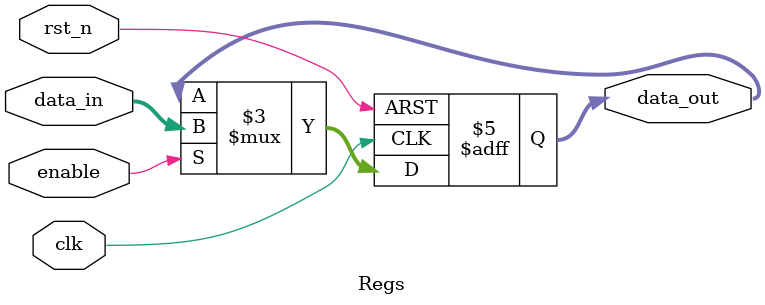
<source format=v>
module Regs (
	input clk,    // Clock
	input enable, // write Enable
	input rst_n,  // Asynchronous reset active low
	input [31:0] data_in,
	output reg [31:0] data_out	
);

always @(posedge clk or negedge rst_n) begin 
	if(~rst_n) begin
		data_out <= 0;
	end else if(enable) begin
		data_out <= data_in ;
	end
end

endmodule 
</source>
